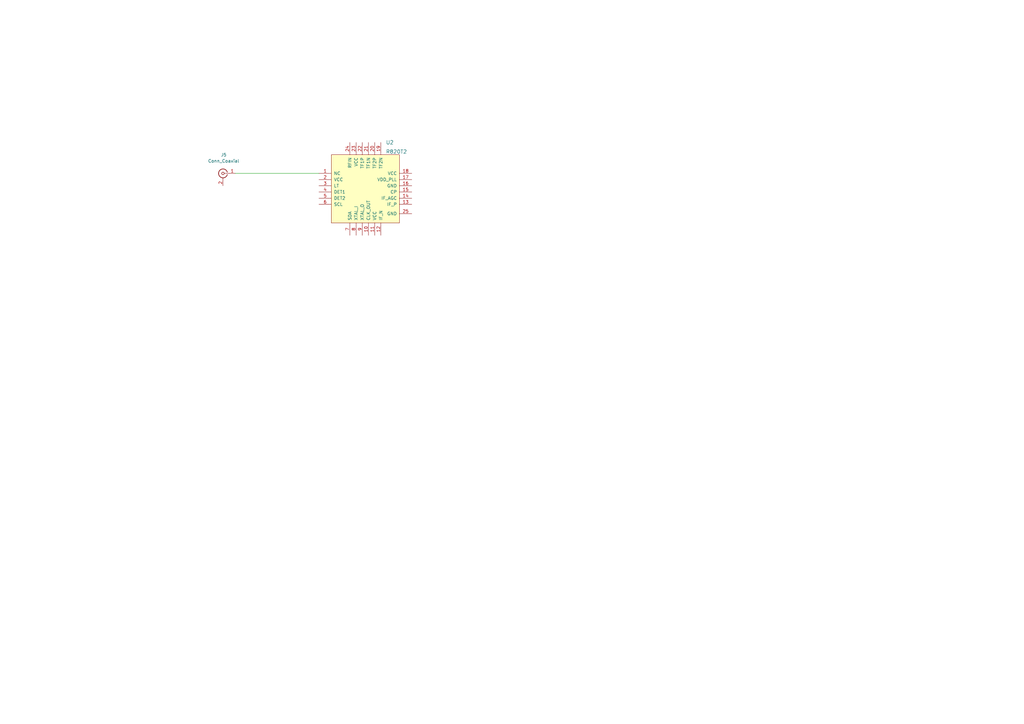
<source format=kicad_sch>
(kicad_sch (version 20211123) (generator eeschema)
  (paper "A3")
  (lib_symbols
    (symbol "Connector:Conn_Coaxial" (pin_names (offset 1.016) hide)
      (property "Reference" "J" (at 0.254 3.048 0))
      (property "Value" "Conn_Coaxial" (at 2.921 0 90))
      (symbol "Conn_Coaxial_0_1"
        (arc (start -1.778 -0.508) (mid 0.2311 -1.8066) (end 1.778 0) (stroke (width 0.254)))
        (polyline (pts (xy -2.54 0) (xy -0.508 0)))
        (polyline (pts (xy 0 -2.54) (xy 0 -1.778)))
        (circle (center 0 0) (radius 0.508) (stroke (width 0.2032)))
        (arc (start 1.778 0) (mid 0.2099 1.8101) (end -1.778 0.508) (stroke (width 0.254)))
      )
      (symbol "Conn_Coaxial_1_1"
        (pin passive line (at -5.08 0 0) (length 2.54) (name "In") (number "1"))
        (pin passive line (at 0 -5.08 90) (length 2.54) (name "Ext") (number "2"))
      )
    )
    (symbol "tuner:R820T2" (pin_names (offset 1.016))
      (property "Reference" "U" (at -1.27 5.08 0))
      (property "Value" "R820T2" (at 0 0 0))
      (symbol "R820T2_0_1"
        (rectangle (start -13.97 13.97) (end 13.97 -13.97) (fill (type background)))
      )
      (symbol "R820T2_1_1"
        (pin passive line (at -19.05 6.35 0) (length 5.08) (name "NC") (number "1"))
        (pin output line (at 1.27 -19.05 90) (length 5.08) (name "CLK_OUT") (number "10"))
        (pin power_in line (at 3.81 -19.05 90) (length 5.08) (name "VCC") (number "11"))
        (pin output line (at 6.35 -19.05 90) (length 5.08) (name "IF_N") (number "12"))
        (pin output line (at 19.05 -6.35 180) (length 5.08) (name "IF_P") (number "13"))
        (pin input line (at 19.05 -3.81 180) (length 5.08) (name "IF_AGC") (number "14"))
        (pin passive line (at 19.05 -1.27 180) (length 5.08) (name "CP") (number "15"))
        (pin power_in line (at 19.05 1.27 180) (length 5.08) (name "GND") (number "16"))
        (pin passive line (at 19.05 3.81 180) (length 5.08) (name "VDD_PLL") (number "17"))
        (pin power_in line (at 19.05 6.35 180) (length 5.08) (name "VCC") (number "18"))
        (pin passive line (at 6.35 19.05 270) (length 5.08) (name "TF2N") (number "19"))
        (pin power_in line (at -19.05 3.81 0) (length 5.08) (name "VCC") (number "2"))
        (pin passive line (at 3.81 19.05 270) (length 5.08) (name "TF2P") (number "20"))
        (pin passive line (at 1.27 19.05 270) (length 5.08) (name "TF1N") (number "21"))
        (pin passive line (at -1.27 19.05 270) (length 5.08) (name "TF1P") (number "22"))
        (pin power_in line (at -3.81 19.05 270) (length 5.08) (name "VCC") (number "23"))
        (pin input line (at -6.35 19.05 270) (length 5.08) (name "RFIN") (number "24"))
        (pin power_in line (at 19.05 -10.16 180) (length 5.08) (name "GND") (number "25"))
        (pin output line (at -19.05 1.27 0) (length 5.08) (name "LT") (number "3"))
        (pin passive line (at -19.05 -1.27 0) (length 5.08) (name "DET1") (number "4"))
        (pin passive line (at -19.05 -3.81 0) (length 5.08) (name "DET2") (number "5"))
        (pin input line (at -19.05 -6.35 0) (length 5.08) (name "SCL") (number "6"))
        (pin bidirectional line (at -6.35 -19.05 90) (length 5.08) (name "SDA") (number "7"))
        (pin input line (at -3.81 -19.05 90) (length 5.08) (name "XTAL_I") (number "8"))
        (pin output line (at -1.27 -19.05 90) (length 5.08) (name "XTAL_O") (number "9"))
      )
    )
  )
  (wire (pts (xy 96.52 71.12) (xy 130.81 71.12)))
  (symbol (lib_id "Connector:Conn_Coaxial") (at 91.44 71.12 0) (mirror y) (unit 1)
    (property "Reference" "J5" (at 91.7574 63.5 0))
    (property "Value" "Conn_Coaxial" (at 91.7574 66.04 0))
    (property "Footprint" "Connector_Coaxial:U.FL_Hirose_U.FL-R-SMT-1_Vertical" (effects hide))
    (property "Datasheet" " ~" (effects hide))
  )
  (symbol (lib_id "tuner:R820T2") (at 149.86 77.47 0) (unit 1)
    (property "Reference" "U2" (at 158.2294 58.42 0) (effects (font (size 1.524 1.524)) (justify left)))
    (property "Value" "R820T2" (at 158.2294 62.23 0) (effects (font (size 1.524 1.524)) (justify left)))
    (property "Footprint" "Package_DFN_QFN:QFN-24-1EP_4x4mm_P0.5mm_EP2.15x2.15mm" (effects hide))
  )
)
</source>
